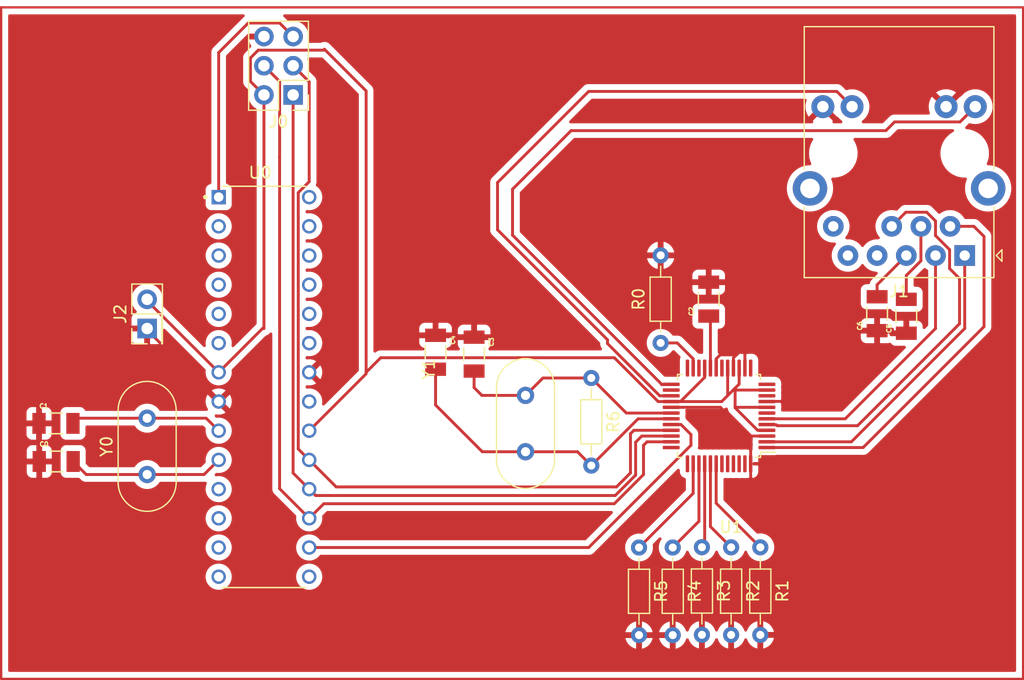
<source format=kicad_pcb>
(kicad_pcb (version 20211014) (generator pcbnew)
  (layers (0 "F.Cu" signal) (31 "B.Cu" signal) (34 "B.Paste" user) (35 "F.Paste" user) (36 "B.SilkS" user "B.Silkscreen") (37 "F.SilkS" user "F.Silkscreen") (38 "B.Mask" user) (39 "F.Mask" user) (44 "Edge.Cuts" user))
  (net 0 "")
  (net 1 "Net-(J0-Pad1)")
  (net 2 "+5V")
  (net 3 "Net-(J0-Pad3)")
  (net 4 "Net-(J0-Pad4)")
  (net 5 "Net-(J0-Pad5)")
  (net 6 "GND")
  (net 7 "Net-(R0-Pad1)")
  (net 8 "Net-(R1-Pad1)")
  (net 9 "Net-(R2-Pad1)")
  (net 10 "Net-(R3-Pad1)")
  (net 11 "Net-(R4-Pad1)")
  (net 12 "Net-(R5-Pad1)")
  (net 13 "Net-(R6-Pad1)")
  (net 14 "Net-(C4-Pad2)")
  (net 15 "Net-(J1-Pad2)")
  (net 16 "Net-(J1-Pad1)")
  (net 17 "Net-(J1-Pad6)")
  (net 18 "Net-(J1-Pad3)")
  (net 24 "Net-(C2-Pad1)")
  (net 27 "Net-(J1-Pad11)")
  (net 29 "Net-(J1-Pad13)")
  (net 30 "Net-(U0-Pad16)")
  (net 33 "Net-(SW0-Pad3)")
  (net 34 "Net-(SW0-Pad2)")
  (net 35 "Net-(SW0-Pad1)")
  (net 38 "Net-(C0-Pad2)")
  (net 39 "Net-(C1-Pad2)")
  (net 40 "Net-(C5-Pad2)")
  (net 41 "Net-(C6-Pad2)")
  (footprint "12065A220JAT2A smd Capacitor:CAPC3216X94N" (layer "F.Cu") (at 190.5 95.455 90)
    (fp_text reference "C5" (at -1.06 -1.5 90) (layer "F.SilkS") (effects (font (size 0.393701 0.393701))))
    (fp_text value "0.1uf")
    (fp_line (start -0.57 0.9) (end 0.57 0.9) (layer "F.SilkS") (width 0.127))
    (fp_line (start -0.57 -0.9) (end 0.57 -0.9) (layer "F.SilkS") (width 0.127))
    (pad "1" smd rect locked (at -1.475 0 90) (size 1.16 1.82) (layers "F.Cu" "F.Paste" "F.Mask") (net 6 "GND"))
    (pad "2" smd rect locked (at 1.475 0 90) (size 1.16 1.82) (layers "F.Cu" "F.Paste" "F.Mask") (net 40 "Net-(C5-Pad2)"))
  )
  (footprint "Resistor_THT:R_Axial_DIN0204_L3.6mm_D1.6mm_P7.62mm_Horizontal" (layer "F.Cu") (at 163.097037 100.824318 -90)
    (fp_text reference "R6" (at 3.81 -1.92 90) (layer "F.SilkS"))
    (fp_text value "1M")
    (fp_line (start 0.94 0) (end 1.89 0) (layer "F.SilkS") (width 0.12))
    (fp_line (start 1.89 -0.92) (end 1.89 0.92) (layer "F.SilkS") (width 0.12))
    (fp_line (start 1.89 0.92) (end 5.73 0.92) (layer "F.SilkS") (width 0.12))
    (fp_line (start 5.73 0.92) (end 5.73 -0.92) (layer "F.SilkS") (width 0.12))
    (fp_line (start 6.68 0) (end 5.73 0) (layer "F.SilkS") (width 0.12))
    (fp_line (start 5.73 -0.92) (end 1.89 -0.92) (layer "F.SilkS") (width 0.12))
    (pad "1" thru_hole circle (at 0 0 270) (size 1.4 1.4) (drill 0.7) (layers *.Cu *.Mask) (net 13 "Net-(R6-Pad1)"))
    (pad "2" thru_hole oval (at 7.62 0 270) (size 1.4 1.4) (drill 0.7) (layers *.Cu *.Mask) (net 14 "Net-(C4-Pad2)"))
  )
  (footprint "Connector_RJ:RJ45_Abracon_ARJP11A-MA_Horizontal" (layer "F.Cu") (at 195.58 90.17 180)
    (fp_text reference "J1" (at 5.71 -3.1) (layer "F.SilkS"))
    (fp_text value "RJ45")
    (fp_line (start -2.74 0) (end -3.24 -0.5) (layer "F.SilkS") (width 0.12))
    (fp_line (start 13.96 -1.92) (end 13.96 4.21) (layer "F.SilkS") (width 0.12))
    (fp_line (start -2.54 19.91) (end 13.96 19.91) (layer "F.SilkS") (width 0.12))
    (fp_line (start -3.24 -0.5) (end -3.24 0.5) (layer "F.SilkS") (width 0.12))
    (fp_line (start 13.96 7.51) (end 13.96 19.91) (layer "F.SilkS") (width 0.12))
    (fp_line (start -2.54 7.51) (end -2.54 19.91) (layer "F.SilkS") (width 0.12))
    (fp_line (start -2.54 -1.92) (end 13.96 -1.92) (layer "F.SilkS") (width 0.12))
    (fp_line (start -3.24 0.5) (end -2.74 0) (layer "F.SilkS") (width 0.12))
    (fp_line (start -2.54 -1.92) (end -2.54 4.21) (layer "F.SilkS") (width 0.12))
    (pad "" np_thru_hole circle (at 0 8.89 180) (size 3.2 3.2) (drill 3.2) (layers *.Cu *.Mask))
    (pad "" np_thru_hole circle (at 11.43 8.89 180) (size 3.2 3.2) (drill 3.2) (layers *.Cu *.Mask))
    (pad "1" thru_hole rect (at 0 0 180) (size 1.8 1.8) (drill 0.9) (layers *.Cu *.Mask) (net 16 "Net-(J1-Pad1)"))
    (pad "2" thru_hole circle (at 1.27 2.54 180) (size 1.8 1.8) (drill 0.9) (layers *.Cu *.Mask) (net 15 "Net-(J1-Pad2)"))
    (pad "3" thru_hole circle (at 2.54 0 180) (size 1.8 1.8) (drill 0.9) (layers *.Cu *.Mask) (net 18 "Net-(J1-Pad3)"))
    (pad "4" thru_hole circle (at 3.81 2.54 180) (size 1.8 1.8) (drill 0.9) (layers *.Cu *.Mask) (net 40 "Net-(C5-Pad2)"))
    (pad "5" thru_hole circle (at 5.08 0 180) (size 1.8 1.8) (drill 0.9) (layers *.Cu *.Mask) (net 41 "Net-(C6-Pad2)"))
    (pad "6" thru_hole circle (at 6.35 2.54 180) (size 1.8 1.8) (drill 0.9) (layers *.Cu *.Mask) (net 17 "Net-(J1-Pad6)"))
    (pad "7" thru_hole circle (at 7.62 0 180) (size 1.8 1.8) (drill 0.9) (layers *.Cu *.Mask))
    (pad "9" thru_hole circle (at 10.16 0 180) (size 1.8 1.8) (drill 0.9) (layers *.Cu *.Mask))
    (pad "10" thru_hole circle (at 11.43 2.54 180) (size 1.8 1.8) (drill 0.9) (layers *.Cu *.Mask))
    (pad "11" thru_hole circle (at -0.92 12.95 180) (size 2 2) (drill 1) (layers *.Cu *.Mask) (net 27 "Net-(J1-Pad11)"))
    (pad "12" thru_hole circle (at 1.62 12.95 180) (size 2 2) (drill 1) (layers *.Cu *.Mask) (net 6 "GND"))
    (pad "13" thru_hole circle (at 9.8 12.95 180) (size 2 2) (drill 1) (layers *.Cu *.Mask) (net 29 "Net-(J1-Pad13)"))
    (pad "14" thru_hole circle (at 12.34 12.95 180) (size 2 2) (drill 1) (layers *.Cu *.Mask) (net 6 "GND"))
    (pad "15" thru_hole circle (at -2.04 5.84 180) (size 3 3) (drill 1.7) (layers *.Cu *.Mask))
    (pad "15" thru_hole circle (at 13.46 5.84 180) (size 3 3) (drill 1.7) (layers *.Cu *.Mask))
  )
  (footprint "12065A220JAT2A smd Capacitor:CAPC3216X94N" (layer "F.Cu") (at 149.551466 98.585244 -90)
    (fp_text reference "C4" (at -1.06 -1.5 90) (layer "F.SilkS") (effects (font (size 0.393701 0.393701))))
    (fp_text value "18pf")
    (fp_line (start -0.57 0.9) (end 0.57 0.9) (layer "F.SilkS") (width 0.127))
    (fp_line (start -0.57 -0.9) (end 0.57 -0.9) (layer "F.SilkS") (width 0.127))
    (pad "1" smd rect locked (at -1.475 0 270) (size 1.16 1.82) (layers "F.Cu" "F.Paste" "F.Mask") (net 6 "GND"))
    (pad "2" smd rect locked (at 1.475 0 270) (size 1.16 1.82) (layers "F.Cu" "F.Paste" "F.Mask") (net 14 "Net-(C4-Pad2)"))
  )
  (footprint "footprints:PinHeader_2x03_P2.54mm_Vertical" (layer "F.Cu") (at 137.16 76.2 180)
    (fp_text reference "J0" (at 1.27 -2.33) (layer "F.SilkS"))
    (fp_text value "ICSP")
    (fp_line (start -1.33 6.41) (end 3.87 6.41) (layer "F.SilkS") (width 0.12))
    (fp_line (start -1.33 0) (end -1.33 -1.33) (layer "F.SilkS") (width 0.12))
    (fp_line (start -1.33 1.27) (end 1.27 1.27) (layer "F.SilkS") (width 0.12))
    (fp_line (start -1.33 -1.33) (end 0 -1.33) (layer "F.SilkS") (width 0.12))
    (fp_line (start 1.27 -1.33) (end 3.87 -1.33) (layer "F.SilkS") (width 0.12))
    (fp_line (start -1.33 1.27) (end -1.33 6.41) (layer "F.SilkS") (width 0.12))
    (fp_line (start 3.87 -1.33) (end 3.87 6.41) (layer "F.SilkS") (width 0.12))
    (fp_line (start 1.27 1.27) (end 1.27 -1.33) (layer "F.SilkS") (width 0.12))
    (pad "1" thru_hole rect locked (at 0 0 180) (size 1.7 1.7) (drill 1) (layers *.Cu *.Mask) (net 1 "Net-(J0-Pad1)"))
    (pad "2" thru_hole oval locked (at 2.54 0 180) (size 1.7 1.7) (drill 1) (layers *.Cu *.Mask) (net 2 "+5V"))
    (pad "3" thru_hole oval locked (at 0 2.54 180) (size 1.7 1.7) (drill 1) (layers *.Cu *.Mask) (net 3 "Net-(J0-Pad3)"))
    (pad "4" thru_hole oval locked (at 2.54 2.54 180) (size 1.7 1.7) (drill 1) (layers *.Cu *.Mask) (net 4 "Net-(J0-Pad4)"))
    (pad "5" thru_hole oval locked (at 0 5.08 180) (size 1.7 1.7) (drill 1) (layers *.Cu *.Mask) (net 5 "Net-(J0-Pad5)"))
    (pad "6" thru_hole oval locked (at 2.54 5.08 180) (size 1.7 1.7) (drill 1) (layers *.Cu *.Mask) (net 6 "GND"))
  )
  (footprint "Resistor_THT:R_Axial_DIN0204_L3.6mm_D1.6mm_P7.62mm_Horizontal" (layer "F.Cu") (at 170.18 115.57 -90)
    (fp_text reference "R4" (at 3.81 -1.92 90) (layer "F.SilkS"))
    (fp_text value "10K")
    (fp_line (start 5.73 -0.92) (end 1.89 -0.92) (layer "F.SilkS") (width 0.12))
    (fp_line (start 5.73 0.92) (end 5.73 -0.92) (layer "F.SilkS") (width 0.12))
    (fp_line (start 1.89 -0.92) (end 1.89 0.92) (layer "F.SilkS") (width 0.12))
    (fp_line (start 6.68 0) (end 5.73 0) (layer "F.SilkS") (width 0.12))
    (fp_line (start 0.94 0) (end 1.89 0) (layer "F.SilkS") (width 0.12))
    (fp_line (start 1.89 0.92) (end 5.73 0.92) (layer "F.SilkS") (width 0.12))
    (pad "1" thru_hole circle (at 0 0 270) (size 1.4 1.4) (drill 0.7) (layers *.Cu *.Mask) (net 11 "Net-(R4-Pad1)"))
    (pad "2" thru_hole oval (at 7.62 0 270) (size 1.4 1.4) (drill 0.7) (layers *.Cu *.Mask) (net 6 "GND"))
  )
  (footprint "12065A220JAT2A smd Capacitor:CAPC3216X94N" (layer "F.Cu") (at 173.31 93.963858 90)
    (fp_text reference "C2" (at -1.06 -1.5 90) (layer "F.SilkS") (effects (font (size 0.393701 0.393701))))
    (fp_text value "4.7uf")
    (fp_line (start -0.57 0.9) (end 0.57 0.9) (layer "F.SilkS") (width 0.127))
    (fp_line (start -0.57 -0.9) (end 0.57 -0.9) (layer "F.SilkS") (width 0.127))
    (pad "1" smd rect locked (at -1.475 0 90) (size 1.16 1.82) (layers "F.Cu" "F.Paste" "F.Mask") (net 24 "Net-(C2-Pad1)"))
    (pad "2" smd rect locked (at 1.475 0 90) (size 1.16 1.82) (layers "F.Cu" "F.Paste" "F.Mask") (net 6 "GND"))
  )
  (footprint "Connector_PinHeader_2.54mm:PinHeader_2x01_P2.54mm_Vertical" (layer "F.Cu") (at 124.46 96.52 90)
    (fp_text reference "J2" (at 1.27 -2.33 90) (layer "F.SilkS"))
    (fp_text value "Power")
    (fp_line (start 1.27 -1.33) (end 3.87 -1.33) (layer "F.SilkS") (width 0.12))
    (fp_line (start -1.33 0) (end -1.33 -1.33) (layer "F.SilkS") (width 0.12))
    (fp_line (start -1.33 1.27) (end -1.33 1.33) (layer "F.SilkS") (width 0.12))
    (fp_line (start 1.27 1.27) (end 1.27 -1.33) (layer "F.SilkS") (width 0.12))
    (fp_line (start -1.33 1.33) (end 3.87 1.33) (layer "F.SilkS") (width 0.12))
    (fp_line (start -1.33 -1.33) (end 0 -1.33) (layer "F.SilkS") (width 0.12))
    (fp_line (start -1.33 1.27) (end 1.27 1.27) (layer "F.SilkS") (width 0.12))
    (fp_line (start 3.87 -1.33) (end 3.87 1.33) (layer "F.SilkS") (width 0.12))
    (pad "1" thru_hole rect (at 0 0 90) (size 1.7 1.7) (drill 1) (layers *.Cu *.Mask) (net 6 "GND"))
    (pad "2" thru_hole oval (at 2.54 0 90) (size 1.7 1.7) (drill 1) (layers *.Cu *.Mask) (net 2 "+5V"))
  )
  (footprint "Crystal:Crystal_HC18-U_Vertical" (layer "F.Cu") (at 124.46 109.22 90)
    (fp_text reference "Y0" (at 2.45 -3.525 90) (layer "F.SilkS"))
    (fp_text value "16MHz")
    (fp_line (start -0.675 2.525) (end 5.575 2.525) (layer "F.SilkS") (width 0.12))
    (fp_line (start -0.675 -2.525) (end 5.575 -2.525) (layer "F.SilkS") (width 0.12))
    (fp_arc (start 5.575 -2.525) (mid 8.1 0) (end 5.575 2.525) (layer "F.SilkS") (width 0.12))
    (fp_arc (start -0.675 2.525) (mid -3.2 0) (end -0.675 -2.525) (layer "F.SilkS") (width 0.12))
    (pad "1" thru_hole circle (at 0 0 90) (size 1.5 1.5) (drill 0.8) (layers *.Cu *.Mask) (net 38 "Net-(C0-Pad2)"))
    (pad "2" thru_hole circle (at 4.9 0 90) (size 1.5 1.5) (drill 0.8) (layers *.Cu *.Mask) (net 39 "Net-(C1-Pad2)"))
  )
  (footprint "Resistor_THT:R_Axial_DIN0204_L3.6mm_D1.6mm_P7.62mm_Horizontal" (layer "F.Cu") (at 169.13 97.773858 90)
    (fp_text reference "R0" (at 3.81 -1.92 90) (layer "F.SilkS"))
    (fp_text value "10K")
    (fp_line (start 0.94 0) (end 1.89 0) (layer "F.SilkS") (width 0.12))
    (fp_line (start 6.68 0) (end 5.73 0) (layer "F.SilkS") (width 0.12))
    (fp_line (start 5.73 0.92) (end 5.73 -0.92) (layer "F.SilkS") (width 0.12))
    (fp_line (start 1.89 0.92) (end 5.73 0.92) (layer "F.SilkS") (width 0.12))
    (fp_line (start 1.89 -0.92) (end 1.89 0.92) (layer "F.SilkS") (width 0.12))
    (fp_line (start 5.73 -0.92) (end 1.89 -0.92) (layer "F.SilkS") (width 0.12))
    (pad "1" thru_hole circle (at 0 0 90) (size 1.4 1.4) (drill 0.7) (layers *.Cu *.Mask) (net 7 "Net-(R0-Pad1)"))
    (pad "2" thru_hole oval (at 7.62 0 90) (size 1.4 1.4) (drill 0.7) (layers *.Cu *.Mask) (net 6 "GND"))
  )
  (footprint "12065A220JAT2A smd Capacitor:CAPC3216X94N" (layer "F.Cu") (at 152.902133 98.747222 -90)
    (fp_text reference "C3" (at -1.06 -1.5 90) (layer "F.SilkS") (effects (font (size 0.393701 0.393701))))
    (fp_text value "18pf")
    (fp_line (start -0.57 0.9) (end 0.57 0.9) (layer "F.SilkS") (width 0.127))
    (fp_line (start -0.57 -0.9) (end 0.57 -0.9) (layer "F.SilkS") (width 0.127))
    (pad "1" smd rect locked (at -1.475 0 270) (size 1.16 1.82) (layers "F.Cu" "F.Paste" "F.Mask") (net 6 "GND"))
    (pad "2" smd rect locked (at 1.475 0 270) (size 1.16 1.82) (layers "F.Cu" "F.Paste" "F.Mask") (net 13 "Net-(R6-Pad1)"))
  )
  (footprint "Atmel328p:DIP787W46P254L3467H508Q28" (layer "F.Cu") (at 134.62 101.6)
    (fp_text reference "U0" (at -0.325 -18.635) (layer "F.SilkS"))
    (fp_text value "ATMEGA328-PU")
    (fp_line (start -3.6195 -17.455) (end 3.6195 -17.455) (layer "F.SilkS") (width 0.127))
    (fp_line (start -3.6195 17.455) (end 3.6195 17.455) (layer "F.SilkS") (width 0.127))
    (fp_circle (center -5.1 -16.51) (end -5 -16.51) (layer "F.SilkS") (width 0.2) (fill none))
    (pad "1" thru_hole rect locked (at -3.937 -16.51) (size 1.25 1.25) (drill 0.83) (layers *.Cu *.Mask) (net 5 "Net-(J0-Pad5)"))
    (pad "2" thru_hole circle locked (at -3.937 -13.97) (size 1.25 1.25) (drill 0.83) (layers *.Cu *.Mask))
    (pad "3" thru_hole circle locked (at -3.937 -11.43) (size 1.25 1.25) (drill 0.83) (layers *.Cu *.Mask))
    (pad "4" thru_hole circle locked (at -3.937 -8.89) (size 1.25 1.25) (drill 0.83) (layers *.Cu *.Mask))
    (pad "5" thru_hole circle locked (at -3.937 -6.35) (size 1.25 1.25) (drill 0.83) (layers *.Cu *.Mask))
    (pad "6" thru_hole circle locked (at -3.937 -3.81) (size 1.25 1.25) (drill 0.83) (layers *.Cu *.Mask))
    (pad "7" thru_hole circle locked (at -3.937 -1.27) (size 1.25 1.25) (drill 0.83) (layers *.Cu *.Mask) (net 2 "+5V"))
    (pad "8" thru_hole circle locked (at -3.937 1.27) (size 1.25 1.25) (drill 0.83) (layers *.Cu *.Mask) (net 6 "GND"))
    (pad "9" thru_hole circle locked (at -3.937 3.81) (size 1.25 1.25) (drill 0.83) (layers *.Cu *.Mask) (net 39 "Net-(C1-Pad2)"))
    (pad "10" thru_hole circle locked (at -3.937 6.35) (size 1.25 1.25) (drill 0.83) (layers *.Cu *.Mask) (net 38 "Net-(C0-Pad2)"))
    (pad "11" thru_hole circle locked (at -3.937 8.89) (size 1.25 1.25) (drill 0.83) (layers *.Cu *.Mask))
    (pad "12" thru_hole circle locked (at -3.937 11.43) (size 1.25 1.25) (drill 0.83) (layers *.Cu *.Mask))
    (pad "13" thru_hole circle locked (at -3.937 13.97) (size 1.25 1.25) (drill 0.83) (layers *.Cu *.Mask))
    (pad "14" thru_hole circle locked (at -3.937 16.51) (size 1.25 1.25) (drill 0.83) (layers *.Cu *.Mask))
    (pad "15" thru_hole circle locked (at 3.937 16.51) (size 1.25 1.25) (drill 0.83) (layers *.Cu *.Mask))
    (pad "16" thru_hole circle locked (at 3.937 13.97) (size 1.25 1.25) (drill 0.83) (layers *.Cu *.Mask) (net 30 "Net-(U0-Pad16)"))
    (pad "17" thru_hole circle locked (at 3.937 11.43) (size 1.25 1.25) (drill 0.83) (layers *.Cu *.Mask) (net 4 "Net-(J0-Pad4)"))
    (pad "18" thru_hole circle locked (at 3.937 8.89) (size 1.25 1.25) (drill 0.83) (layers *.Cu *.Mask) (net 1 "Net-(J0-Pad1)"))
    (pad "19" thru_hole circle locked (at 3.937 6.35) (size 1.25 1.25) (drill 0.83) (layers *.Cu *.Mask) (net 3 "Net-(J0-Pad3)"))
    (pad "20" thru_hole circle locked (at 3.937 3.81) (size 1.25 1.25) (drill 0.83) (layers *.Cu *.Mask) (net 2 "+5V"))
    (pad "21" thru_hole circle locked (at 3.937 1.27) (size 1.25 1.25) (drill 0.83) (layers *.Cu *.Mask))
    (pad "22" thru_hole circle locked (at 3.937 -1.27) (size 1.25 1.25) (drill 0.83) (layers *.Cu *.Mask) (net 6 "GND"))
    (pad "23" thru_hole circle locked (at 3.937 -3.81) (size 1.25 1.25) (drill 0.83) (layers *.Cu *.Mask))
    (pad "24" thru_hole circle locked (at 3.937 -6.35) (size 1.25 1.25) (drill 0.83) (layers *.Cu *.Mask))
    (pad "25" thru_hole circle locked (at 3.937 -8.89) (size 1.25 1.25) (drill 0.83) (layers *.Cu *.Mask))
    (pad "26" thru_hole circle locked (at 3.937 -11.43) (size 1.25 1.25) (drill 0.83) (layers *.Cu *.Mask))
    (pad "27" thru_hole circle locked (at 3.937 -13.97) (size 1.25 1.25) (drill 0.83) (layers *.Cu *.Mask))
    (pad "28" thru_hole circle locked (at 3.937 -16.51) (size 1.25 1.25) (drill 0.83) (layers *.Cu *.Mask))
  )
  (footprint "Crystal:Crystal_HC18-U_Vertical" (layer "F.Cu") (at 157.375037 107.237318 90)
    (fp_text reference "Y1" (at 7.17907 -8.402892 90) (layer "F.SilkS"))
    (fp_text value "25MHz")
    (fp_line (start -0.675 2.525) (end 5.575 2.525) (layer "F.SilkS") (width 0.12))
    (fp_line (start -0.675 -2.525) (end 5.575 -2.525) (layer "F.SilkS") (width 0.12))
    (fp_arc (start -0.675 2.525) (mid -3.2 0) (end -0.675 -2.525) (layer "F.SilkS") (width 0.12))
    (fp_arc (start 5.575 -2.525) (mid 8.1 0) (end 5.575 2.525) (layer "F.SilkS") (width 0.12))
    (pad "1" thru_hole circle (at 0 0 90) (size 1.5 1.5) (drill 0.8) (layers *.Cu *.Mask) (net 14 "Net-(C4-Pad2)"))
    (pad "2" thru_hole circle (at 4.9 0 90) (size 1.5 1.5) (drill 0.8) (layers *.Cu *.Mask) (net 13 "Net-(R6-Pad1)"))
  )
  (footprint "Resistor_THT:R_Axial_DIN0204_L3.6mm_D1.6mm_P7.62mm_Horizontal" (layer "F.Cu") (at 167.248481 115.57 -90)
    (fp_text reference "R5" (at 3.81 -1.92 90) (layer "F.SilkS"))
    (fp_text value "10K")
    (fp_line (start 6.68 0) (end 5.73 0) (layer "F.SilkS") (width 0.12))
    (fp_line (start 5.73 -0.92) (end 1.89 -0.92) (layer "F.SilkS") (width 0.12))
    (fp_line (start 0.94 0) (end 1.89 0) (layer "F.SilkS") (width 0.12))
    (fp_line (start 1.89 -0.92) (end 1.89 0.92) (layer "F.SilkS") (width 0.12))
    (fp_line (start 1.89 0.92) (end 5.73 0.92) (layer "F.SilkS") (width 0.12))
    (fp_line (start 5.73 0.92) (end 5.73 -0.92) (layer "F.SilkS") (width 0.12))
    (pad "1" thru_hole circle (at 0 0 270) (size 1.4 1.4) (drill 0.7) (layers *.Cu *.Mask) (net 12 "Net-(R5-Pad1)"))
    (pad "2" thru_hole oval (at 7.62 0 270) (size 1.4 1.4) (drill 0.7) (layers *.Cu *.Mask) (net 6 "GND"))
  )
  (footprint "Resistor_THT:R_Axial_DIN0204_L3.6mm_D1.6mm_P7.62mm_Horizontal" (layer "F.Cu") (at 177.8 115.553858 -90)
    (fp_text reference "R1" (at 3.81 -1.92 90) (layer "F.SilkS"))
    (fp_text value "10K")
    (fp_line (start 6.68 0) (end 5.73 0) (layer "F.SilkS") (width 0.12))
    (fp_line (start 1.89 0.92) (end 5.73 0.92) (layer "F.SilkS") (width 0.12))
    (fp_line (start 1.89 -0.92) (end 1.89 0.92) (layer "F.SilkS") (width 0.12))
    (fp_line (start 0.94 0) (end 1.89 0) (layer "F.SilkS") (width 0.12))
    (fp_line (start 5.73 0.92) (end 5.73 -0.92) (layer "F.SilkS") (width 0.12))
    (fp_line (start 5.73 -0.92) (end 1.89 -0.92) (layer "F.SilkS") (width 0.12))
    (pad "1" thru_hole circle (at 0 0 270) (size 1.4 1.4) (drill 0.7) (layers *.Cu *.Mask) (net 8 "Net-(R1-Pad1)"))
    (pad "2" thru_hole oval (at 7.62 0 270) (size 1.4 1.4) (drill 0.7) (layers *.Cu *.Mask) (net 6 "GND"))
  )
  (footprint "Resistor_THT:R_Axial_DIN0204_L3.6mm_D1.6mm_P7.62mm_Horizontal" (layer "F.Cu") (at 175.26 115.553858 -90)
    (fp_text reference "R2" (at 3.81 -1.92 90) (layer "F.SilkS"))
    (fp_text value "10K")
    (fp_line (start 1.89 -0.92) (end 1.89 0.92) (layer "F.SilkS") (width 0.12))
    (fp_line (start 0.94 0) (end 1.89 0) (layer "F.SilkS") (width 0.12))
    (fp_line (start 6.68 0) (end 5.73 0) (layer "F.SilkS") (width 0.12))
    (fp_line (start 1.89 0.92) (end 5.73 0.92) (layer "F.SilkS") (width 0.12))
    (fp_line (start 5.73 -0.92) (end 1.89 -0.92) (layer "F.SilkS") (width 0.12))
    (fp_line (start 5.73 0.92) (end 5.73 -0.92) (layer "F.SilkS") (width 0.12))
    (pad "1" thru_hole circle (at 0 0 270) (size 1.4 1.4) (drill 0.7) (layers *.Cu *.Mask) (net 9 "Net-(R2-Pad1)"))
    (pad "2" thru_hole oval (at 7.62 0 270) (size 1.4 1.4) (drill 0.7) (layers *.Cu *.Mask) (net 6 "GND"))
  )
  (footprint "Resistor_THT:R_Axial_DIN0204_L3.6mm_D1.6mm_P7.62mm_Horizontal" (layer "F.Cu") (at 172.72 115.543858 -90)
    (fp_text reference "R3" (at 3.81 -1.92 90) (layer "F.SilkS"))
    (fp_text value "10K")
    (fp_line (start 0.94 0) (end 1.89 0) (layer "F.SilkS") (width 0.12))
    (fp_line (start 5.73 -0.92) (end 1.89 -0.92) (layer "F.SilkS") (width 0.12))
    (fp_line (start 1.89 -0.92) (end 1.89 0.92) (layer "F.SilkS") (width 0.12))
    (fp_line (start 1.89 0.92) (end 5.73 0.92) (layer "F.SilkS") (width 0.12))
    (fp_line (start 5.73 0.92) (end 5.73 -0.92) (layer "F.SilkS") (width 0.12))
    (fp_line (start 6.68 0) (end 5.73 0) (layer "F.SilkS") (width 0.12))
    (pad "1" thru_hole circle (at 0 0 270) (size 1.4 1.4) (drill 0.7) (layers *.Cu *.Mask) (net 10 "Net-(R3-Pad1)"))
    (pad "2" thru_hole oval (at 7.62 0 270) (size 1.4 1.4) (drill 0.7) (layers *.Cu *.Mask) (net 6 "GND"))
  )
  (footprint "12065A220JAT2A smd Capacitor:CAPC3216X94N" (layer "F.Cu") (at 116.53 104.772321)
    (fp_text reference "C1" (at -1.06 -1.5) (layer "F.SilkS") (effects (font (size 0.393701 0.393701))))
    (fp_text value "22pf")
    (fp_line (start -0.57 0.9) (end 0.57 0.9) (layer "F.SilkS") (width 0.127))
    (fp_line (start -0.57 -0.9) (end 0.57 -0.9) (layer "F.SilkS") (width 0.127))
    (pad "1" smd rect locked (at -1.475 0) (size 1.16 1.82) (layers "F.Cu" "F.Paste" "F.Mask") (net 6 "GND"))
    (pad "2" smd rect locked (at 1.475 0) (size 1.16 1.82) (layers "F.Cu" "F.Paste" "F.Mask") (net 39 "Net-(C1-Pad2)"))
  )
  (footprint "Package_QFP:LQFP-48_7x7mm_P0.5mm" (layer "F.Cu") (at 174.21 104.123858 180)
    (fp_text reference "U1" (at -1.05 -9.66) (layer "F.SilkS"))
    (fp_text value "W5500")
    (fp_line (start -3.61 -3.61) (end -3.61 -3.16) (layer "F.SilkS") (width 0.12))
    (fp_line (start 3.16 -3.61) (end 3.61 -3.61) (layer "F.SilkS") (width 0.12))
    (fp_line (start 3.16 3.61) (end 3.61 3.61) (layer "F.SilkS") (width 0.12))
    (fp_line (start -3.61 3.61) (end -3.61 3.16) (layer "F.SilkS") (width 0.12))
    (fp_line (start -3.61 -3.16) (end -4.9 -3.16) (layer "F.SilkS") (width 0.12))
    (fp_line (start 3.61 -3.61) (end 3.61 -3.16) (layer "F.SilkS") (width 0.12))
    (fp_line (start -3.16 3.61) (end -3.61 3.61) (layer "F.SilkS") (width 0.12))
    (fp_line (start -3.16 -3.61) (end -3.61 -3.61) (layer "F.SilkS") (width 0.12))
    (fp_line (start 3.61 3.61) (end 3.61 3.16) (layer "F.SilkS") (width 0.12))
    (pad "1" smd roundrect (at -4.1625 -2.75 180) (size 1.475 0.3) (layers "F.Cu" "F.Paste" "F.Mask") (net 15 "Net-(J1-Pad2)"))
    (pad "2" smd roundrect (at -4.1625 -2.25 180) (size 1.475 0.3) (layers "F.Cu" "F.Paste" "F.Mask") (net 16 "Net-(J1-Pad1)"))
    (pad "3" smd roundrect (at -4.1625 -1.75 180) (size 1.475 0.3) (layers "F.Cu" "F.Paste" "F.Mask") (net 6 "GND"))
    (pad "4" smd roundrect (at -4.1625 -1.25 180) (size 1.475 0.3) (layers "F.Cu" "F.Paste" "F.Mask") (net 2 "+5V"))
    (pad "5" smd roundrect (at -4.1625 -0.75 180) (size 1.475 0.3) (layers "F.Cu" "F.Paste" "F.Mask") (net 17 "Net-(J1-Pad6)"))
    (pad "6" smd roundrect (at -4.1625 -0.25 180) (size 1.475 0.3) (layers "F.Cu" "F.Paste" "F.Mask") (net 18 "Net-(J1-Pad3)"))
    (pad "7" smd roundrect (at -4.1625 0.25 180) (size 1.475 0.3) (layers "F.Cu" "F.Paste" "F.Mask"))
    (pad "8" smd roundrect (at -4.1625 0.75 180) (size 1.475 0.3) (layers "F.Cu" "F.Paste" "F.Mask") (net 2 "+5V"))
    (pad "9" smd roundrect (at -4.1625 1.25 180) (size 1.475 0.3) (layers "F.Cu" "F.Paste" "F.Mask") (net 6 "GND"))
    (pad "10" smd roundrect (at -4.1625 1.75 180) (size 1.475 0.3) (layers "F.Cu" "F.Paste" "F.Mask"))
    (pad "11" smd roundrect (at -4.1625 2.25 180) (size 1.475 0.3) (layers "F.Cu" "F.Paste" "F.Mask") (net 2 "+5V"))
    (pad "12" smd roundrect (at -4.1625 2.75 180) (size 1.475 0.3) (layers "F.Cu" "F.Paste" "F.Mask"))
    (pad "13" smd roundrect (at -2.75 4.1625 180) (size 0.3 1.475) (layers "F.Cu" "F.Paste" "F.Mask"))
    (pad "14" smd roundrect (at -2.25 4.1625 180) (size 0.3 1.475) (layers "F.Cu" "F.Paste" "F.Mask") (net 6 "GND"))
    (pad "15" smd roundrect (at -1.75 4.1625 180) (size 0.3 1.475) (layers "F.Cu" "F.Paste" "F.Mask") (net 2 "+5V"))
    (pad "16" smd roundrect (at -1.25 4.1625 180) (size 0.3 1.475) (layers "F.Cu" "F.Paste" "F.Mask") (net 6 "GND"))
    (pad "17" smd roundrect (at -0.75 4.1625 180) (size 0.3 1.475) (layers "F.Cu" "F.Paste" "F.Mask") (net 2 "+5V"))
    (pad "18" smd roundrect (at -0.25 4.1625 180) (size 0.3 1.475) (layers "F.Cu" "F.Paste" "F.Mask"))
    (pad "19" smd roundrect (at 0.25 4.1625 180) (size 0.3 1.475) (layers "F.Cu" "F.Paste" "F.Mask") (net 6 "GND"))
    (pad "20" smd roundrect (at 0.75 4.1625 180) (size 0.3 1.475) (layers "F.Cu" "F.Paste" "F.Mask") (net 24 "Net-(C2-Pad1)"))
    (pad "21" smd roundrect (at 1.25 4.1625 180) (size 0.3 1.475) (layers "F.Cu" "F.Paste" "F.Mask") (net 2 "+5V"))
    (pad "22" smd roundrect (at 1.75 4.1625 180) (size 0.3 1.475) (layers "F.Cu" "F.Paste" "F.Mask"))
    (pad "23" smd roundrect (at 2.25 4.1625 180) (size 0.3 1.475) (layers "F.Cu" "F.Paste" "F.Mask") (net 7 "Net-(R0-Pad1)"))
    (pad "24" smd roundrect (at 2.75 4.1625 180) (size 0.3 1.475) (layers "F.Cu" "F.Paste" "F.Mask"))
    (pad "25" smd roundrect (at 4.1625 2.75 180) (size 1.475 0.3) (layers "F.Cu" "F.Paste" "F.Mask") (net 27 "Net-(J1-Pad11)"))
    (pad "26" smd roundrect (at 4.1625 2.25 180) (size 1.475 0.3) (layers "F.Cu" "F.Paste" "F.Mask"))
    (pad "27" smd roundrect (at 4.1625 1.75 180) (size 1.475 0.3) (layers "F.Cu" "F.Paste" "F.Mask") (net 29 "Net-(J1-Pad13)"))
    (pad "28" smd roundrect (at 4.1625 1.25 180) (size 1.475 0.3) (layers "F.Cu" "F.Paste" "F.Mask") (net 2 "+5V"))
    (pad "29" smd roundrect (at 4.1625 0.75 180) (size 1.475 0.3) (layers "F.Cu" "F.Paste" "F.Mask") (net 6 "GND"))
    (pad "30" smd roundrect (at 4.1625 0.25 180) (size 1.475 0.3) (layers "F.Cu" "F.Paste" "F.Mask") (net 13 "Net-(R6-Pad1)"))
    (pad "31" smd roundrect (at 4.1625 -0.25 180) (size 1.475 0.3) (layers "F.Cu" "F.Paste" "F.Mask") (net 14 "Net-(C4-Pad2)"))
    (pad "32" smd roundrect (at 4.1625 -0.75 180) (size 1.475 0.3) (layers "F.Cu" "F.Paste" "F.Mask") (net 30 "Net-(U0-Pad16)"))
    (pad "33" smd roundrect (at 4.1625 -1.25 180) (size 1.475 0.3) (layers "F.Cu" "F.Paste" "F.Mask") (net 3 "Net-(J0-Pad3)"))
    (pad "34" smd roundrect (at 4.1625 -1.75 180) (size 1.475 0.3) (layers "F.Cu" "F.Paste" "F.Mask") (net 1 "Net-(J0-Pad1)"))
    (pad "35" smd roundrect (at 4.1625 -2.25 180) (size 1.475 0.3) (layers "F.Cu" "F.Paste" "F.Mask") (net 4 "Net-(J0-Pad4)"))
    (pad "36" smd roundrect (at 4.1625 -2.75 180) (size 1.475 0.3) (layers "F.Cu" "F.Paste" "F.Mask"))
    (pad "37" smd roundrect (at 2.75 -4.1625 180) (size 0.3 1.475) (layers "F.Cu" "F.Paste" "F.Mask"))
    (pad "38" smd roundrect (at 2.25 -4.1625 180) (size 0.3 1.475) (layers "F.Cu" "F.Paste" "F.Mask") (net 12 "Net-(R5-Pad1)"))
    (pad "39" smd roundrect (at 1.75 -4.1625 180) (size 0.3 1.475) (layers "F.Cu" "F.Paste" "F.Mask") (net 11 "Net-(R4-Pad1)"))
    (pad "40" smd roundrect (at 1.25 -4.1625 180) (size 0.3 1.475) (layers "F.Cu" "F.Paste" "F.Mask") (net 10 "Net-(R3-Pad1)"))
    (pad "41" smd roundrect (at 0.75 -4.1625 180) (size 0.3 1.475) (layers "F.Cu" "F.Paste" "F.Mask") (net 9 "Net-(R2-Pad1)"))
    (pad "42" smd roundrect (at 0.25 -4.1625 180) (size 0.3 1.475) (layers "F.Cu" "F.Paste" "F.Mask") (net 8 "Net-(R1-Pad1)"))
    (pad "43" smd roundrect (at -0.25 -4.1625 180) (size 0.3 1.475) (layers "F.Cu" "F.Paste" "F.Mask") (net 33 "Net-(SW0-Pad3)"))
    (pad "44" smd roundrect (at -0.75 -4.1625 180) (size 0.3 1.475) (layers "F.Cu" "F.Paste" "F.Mask") (net 34 "Net-(SW0-Pad2)"))
    (pad "45" smd roundrect (at -1.25 -4.1625 180) (size 0.3 1.475) (layers "F.Cu" "F.Paste" "F.Mask") (net 35 "Net-(SW0-Pad1)"))
    (pad "46" smd roundrect (at -1.75 -4.1625 180) (size 0.3 1.475) (layers "F.Cu" "F.Paste" "F.Mask"))
    (pad "47" smd roundrect (at -2.25 -4.1625 180) (size 0.3 1.475) (layers "F.Cu" "F.Paste" "F.Mask"))
    (pad "48" smd roundrect (at -2.75 -4.1625 180) (size 0.3 1.475) (layers "F.Cu" "F.Paste" "F.Mask") (net 6 "GND"))
  )
  (footprint "12065A220JAT2A smd Capacitor:CAPC3216X94N" (layer "F.Cu") (at 116.55 108.086487)
    (fp_text reference "C0" (at -1.06 -1.5) (layer "F.SilkS") (effects (font (size 0.393701 0.393701))))
    (fp_text value "22pf")
    (fp_line (start -0.57 0.9) (end 0.57 0.9) (layer "F.SilkS") (width 0.127))
    (fp_line (start -0.57 -0.9) (end 0.57 -0.9) (layer "F.SilkS") (width 0.127))
    (pad "1" smd rect locked (at -1.475 0) (size 1.16 1.82) (layers "F.Cu" "F.Paste" "F.Mask") (net 6 "GND"))
    (pad "2" smd rect locked (at 1.475 0) (size 1.16 1.82) (layers "F.Cu" "F.Paste" "F.Mask") (net 38 "Net-(C0-Pad2)"))
  )
  (footprint "12065A220JAT2A smd Capacitor:CAPC3216X94N" (layer "F.Cu") (at 187.96 95.231174 90)
    (fp_text reference "C6" (at -1.06 -1.5 90) (layer "F.SilkS") (effects (font (size 0.393701 0.393701))))
    (fp_text value "0.1uf")
    (fp_line (start -0.57 0.9) (end 0.57 0.9) (layer "F.SilkS") (width 0.127))
    (fp_line (start -0.57 -0.9) (end 0.57 -0.9) (layer "F.SilkS") (width 0.127))
    (pad "1" smd rect locked (at -1.475 0 90) (size 1.16 1.82) (layers "F.Cu" "F.Paste" "F.Mask") (net 6 "GND"))
    (pad "2" smd rect locked (at 1.475 0 90) (size 1.16 1.82) (layers "F.Cu" "F.Paste" "F.Mask") (net 41 "Net-(C6-Pad2)"))
  )
  (gr_rect (start 200.66 127) (end 111.76 68.58) (layer "F.Cu") (width 0.2) (fill none))
  (segment (start 166.953852 109.269752) (end 166.953852 106.406075) (width 0.25) (layer "F.Cu") (net 1))
  (segment (start 137.157 109.09) (end 138.557 110.49) (width 0.25) (layer "F.Cu") (net 1))
  (segment (start 137.16 76.2) (end 137.157 76.203) (width 0.25) (layer "F.Cu") (net 1))
  (segment (start 139.113422 111.046422) (end 165.177182 111.046422) (width 0.25) (layer "F.Cu") (net 1))
  (segment (start 166.953852 106.406075) (end 167.486069 105.873858) (width 0.25) (layer "F.Cu") (net 1))
  (segment (start 138.557 110.49) (end 139.113422 111.046422) (width 0.25) (layer "F.Cu") (net 1))
  (segment (start 137.157 76.203) (end 137.157 109.09) (width 0.25) (layer "F.Cu") (net 1))
  (segment (start 165.177182 111.046422) (end 166.953852 109.269752) (width 0.25) (layer "F.Cu") (net 1))
  (segment (start 167.486069 105.873858) (end 170.0475 105.873858) (width 0.25) (layer "F.Cu") (net 1))
  (segment (start 178.3725 103.373858) (end 175.608219 103.373858) (width 0.25) (layer "F.Cu") (net 2))
  (segment (start 143.51 75.849468) (end 143.51 100.33) (width 0.25) (layer "F.Cu") (net 2))
  (segment (start 139.88524 72.224708) (end 143.51 75.849468) (width 0.25) (layer "F.Cu") (net 2))
  (segment (start 133.445 75.025) (end 133.445 72.983299) (width 0.25) (layer "F.Cu") (net 2))
  (segment (start 175.608219 103.373858) (end 175.608219 101.919251) (width 0.25) (layer "F.Cu") (net 2))
  (segment (start 139.805234 72.304714) (end 139.88524 72.224708) (width 0.25) (layer "F.Cu") (net 2))
  (segment (start 124.46 94.107) (end 124.46 93.98) (width 0.25) (layer "F.Cu") (net 2))
  (segment (start 175.608219 101.919251) (end 175.562826 101.873858) (width 0.25) (layer "F.Cu") (net 2))
  (segment (start 175.608219 103.412762) (end 175.608219 103.373858) (width 0.25) (layer "F.Cu") (net 2))
  (segment (start 144.78 99.06) (end 165.1 99.06) (width 0.25) (layer "F.Cu") (net 2))
  (segment (start 178.3725 101.873858) (end 175.562826 101.873858) (width 0.25) (layer "F.Cu") (net 2))
  (segment (start 178.3725 105.373858) (end 177.569315 105.373858) (width 0.25) (layer "F.Cu") (net 2))
  (segment (start 174.96 99.961358) (end 174.96 102.354792) (width 0.25) (layer "F.Cu") (net 2))
  (segment (start 143.51 100.457) (end 138.557 105.41) (width 0.25) (layer "F.Cu") (net 2))
  (segment (start 177.569315 105.373858) (end 175.608219 103.412762) (width 0.25) (layer "F.Cu") (net 2))
  (segment (start 172.96 100.764543) (end 172.96 99.961358) (width 0.25) (layer "F.Cu") (net 2))
  (segment (start 133.445 72.983299) (end 134.123585 72.304714) (width 0.25) (layer "F.Cu") (net 2))
  (segment (start 174.440934 102.873858) (end 170.850685 102.873858) (width 0.25) (layer "F.Cu") (net 2))
  (segment (start 143.51 100.33) (end 144.78 99.06) (width 0.25) (layer "F.Cu") (net 2))
  (segment (start 165.1 99.06) (end 168.913858 102.873858) (width 0.25) (layer "F.Cu") (net 2))
  (segment (start 134.493 96.52) (end 134.62 96.52) (width 0.25) (layer "F.Cu") (net 2))
  (segment (start 168.913858 102.873858) (end 170.0475 102.873858) (width 0.25) (layer "F.Cu") (net 2))
  (segment (start 134.62 76.2) (end 133.445 75.025) (width 0.25) (layer "F.Cu") (net 2))
  (segment (start 170.850685 102.873858) (end 172.96 100.764543) (width 0.25) (layer "F.Cu") (net 2))
  (segment (start 170.0475 102.873858) (end 170.850685 102.873858) (width 0.25) (layer "F.Cu") (net 2))
  (segment (start 175.562826 101.873858) (end 175.50188 101.812912) (width 0.25) (layer "F.Cu") (net 2))
  (segment (start 134.62 96.52) (end 134.62 76.2) (width 0.25) (layer "F.Cu") (net 2))
  (segment (start 175.96 101.354792) (end 175.96 99.961358) (width 0.25) (layer "F.Cu") (net 2))
  (segment (start 138.557 105.41) (end 139.077 104.89) (width 0.25) (layer "F.Cu") (net 2))
  (segment (start 143.51 100.33) (end 143.51 100.457) (width 0.25) (layer "F.Cu") (net 2))
  (segment (start 130.683 100.33) (end 134.493 96.52) (width 0.25) (layer "F.Cu") (net 2))
  (segment (start 174.440934 102.873858) (end 175.50188 101.812912) (width 0.25) (layer "F.Cu") (net 2))
  (segment (start 134.123585 72.304714) (end 139.805234 72.304714) (width 0.25) (layer "F.Cu") (net 2))
  (segment (start 130.683 100.33) (end 124.46 94.107) (width 0.25) (layer "F.Cu") (net 2))
  (segment (start 175.50188 101.812912) (end 175.96 101.354792) (width 0.25) (layer "F.Cu") (net 2))
  (segment (start 137.607 84.696497) (end 137.607 107) (width 0.25) (layer "F.Cu") (net 3))
  (segment (start 166.503852 105.673899) (end 166.803893 105.373858) (width 0.25) (layer "F.Cu") (net 3))
  (segment (start 166.803893 105.373858) (end 170.0475 105.373858) (width 0.25) (layer "F.Cu") (net 3))
  (segment (start 166.503852 109.083356) (end 166.503852 105.673899) (width 0.25) (layer "F.Cu") (net 3))
  (segment (start 138.557 83.746497) (end 137.607 84.696497) (width 0.25) (layer "F.Cu") (net 3))
  (segment (start 137.16 73.66) (end 138.557 75.057) (width 0.25) (layer "F.Cu") (net 3))
  (segment (start 140.905599 110.298599) (end 165.288609 110.298599) (width 0.25) (layer "F.Cu") (net 3))
  (segment (start 165.288609 110.298599) (end 166.503852 109.083356) (width 0.25) (layer "F.Cu") (net 3))
  (segment (start 138.557 75.057) (end 138.557 83.746497) (width 0.25) (layer "F.Cu") (net 3))
  (segment (start 138.557 107.95) (end 140.905599 110.298599) (width 0.25) (layer "F.Cu") (net 3))
  (segment (start 137.607 107) (end 138.557 107.95) (width 0.25) (layer "F.Cu") (net 3))
  (segment (start 135.981929 81.558925) (end 135.981929 110.454929) (width 0.25) (layer "F.Cu") (net 4))
  (segment (start 167.64 106.68) (end 167.946142 106.373858) (width 0.25) (layer "F.Cu") (net 4))
  (segment (start 165.1 111.76) (end 167.64 109.22) (width 0.25) (layer "F.Cu") (net 4))
  (segment (start 167.64 109.22) (end 167.64 106.68) (width 0.25) (layer "F.Cu") (net 4))
  (segment (start 135.985 81.555854) (end 135.981929 81.558925) (width 0.25) (layer "F.Cu") (net 4))
  (segment (start 138.557 113.03) (end 139.827 111.76) (width 0.25) (layer "F.Cu") (net 4))
  (segment (start 167.946142 106.373858) (end 170.0475 106.373858) (width 0.25) (layer "F.Cu") (net 4))
  (segment (start 135.981929 110.454929) (end 138.557 113.03) (width 0.25) (layer "F.Cu") (net 4))
  (segment (start 134.62 73.66) (end 135.985 75.025) (width 0.25) (layer "F.Cu") (net 4))
  (segment (start 135.985 75.025) (end 135.985 81.555854) (width 0.25) (layer "F.Cu") (net 4))
  (segment (start 139.827 111.76) (end 165.1 111.76) (width 0.25) (layer "F.Cu") (net 4))
  (segment (start 135.985 69.945) (end 133.255 69.945) (width 0.25) (layer "F.Cu") (net 5))
  (segment (start 133.255 69.945) (end 130.683 72.517) (width 0.25) (layer "F.Cu") (net 5))
  (segment (start 130.683 72.517) (end 130.683 85.09) (width 0.25) (layer "F.Cu") (net 5))
  (segment (start 137.16 71.12) (end 135.985 69.945) (width 0.25) (layer "F.Cu") (net 5))
  (segment (start 176.96 105.997963) (end 176.835895 105.873858) (width 0.25) (layer "F.Cu") (net 6))
  (segment (start 178.386386 102.859972) (end 180.527991 102.859972) (width 0.25) (layer "F.Cu") (net 6))
  (segment (start 176.96 108.286358) (end 176.96 109.94126) (width 0.25) (layer "F.Cu") (net 6))
  (segment (start 176.134628 98.39923) (end 176.455829 98.39923) (width 0.25) (layer "F.Cu") (net 6))
  (segment (start 176.46 99.961358) (end 176.46 99.158173) (width 0.25) (layer "F.Cu") (net 6))
  (segment (start 178.3725 105.873858) (end 176.835895 105.873858) (width 0.25) (layer "F.Cu") (net 6))
  (segment (start 175.46 99.073858) (end 176.134628 98.39923) (width 0.25) (layer "F.Cu") (net 6))
  (segment (start 174.335895 103.373858) (end 170.0475 103.373858) (width 0.25) (layer "F.Cu") (net 6))
  (segment (start 175.7213 98.812558) (end 176.134628 98.39923) (width 0.25) (layer "F.Cu") (net 6))
  (segment (start 178.3725 102.873858) (end 178.386386 102.859972) (width 0.25) (layer "F.Cu") (net 6))
  (segment (start 176.96 109.94126) (end 176.966626 109.947886) (width 0.25) (layer "F.Cu") (net 6))
  (segment (start 124.46 96.647) (end 124.46 96.52) (width 0.25) (layer "F.Cu") (net 6))
  (segment (start 175.46 99.961358) (end 175.46 99.073858) (width 0.25) (layer "F.Cu") (net 6))
  (segment (start 130.683 102.87) (end 124.46 96.647) (width 0.25) (layer "F.Cu") (net 6))
  (segment (start 176.46 99.158173) (end 176.455829 99.154002) (width 0.25) (layer "F.Cu") (net 6))
  (segment (start 173.96 99.961358) (end 173.96 99.158173) (width 0.25) (layer "F.Cu") (net 6))
  (segment (start 176.835895 105.873858) (end 174.335895 103.373858) (width 0.25) (layer "F.Cu") (net 6))
  (segment (start 176.96 108.286358) (end 176.96 105.997963) (width 0.25) (layer "F.Cu") (net 6))
  (segment (start 176.455829 99.154002) (end 176.455829 98.39923) (width 0.25) (layer "F.Cu") (net 6))
  (segment (start 174.305615 98.812558) (end 175.7213 98.812558) (width 0.25) (layer "F.Cu") (net 6))
  (segment (start 173.96 99.158173) (end 174.305615 98.812558) (width 0.25) (layer "F.Cu") (net 6))
  (segment (start 170.575685 97.773858) (end 169.13 97.773858) (width 0.25) (layer "F.Cu") (net 7))
  (segment (start 171.96 99.961358) (end 171.96 99.158173) (width 0.25) (layer "F.Cu") (net 7))
  (segment (start 171.96 99.158173) (end 170.575685 97.773858) (width 0.25) (layer "F.Cu") (net 7))
  (segment (start 177.8 115.553858) (end 173.96 111.713858) (width 0.25) (layer "F.Cu") (net 8))
  (segment (start 173.96 111.713858) (end 173.96 108.286358) (width 0.25) (layer "F.Cu") (net 8))
  (segment (start 175.26 115.553858) (end 173.46 113.753858) (width 0.25) (layer "F.Cu") (net 9))
  (segment (start 173.46 113.753858) (end 173.46 108.286358) (width 0.25) (layer "F.Cu") (net 9))
  (segment (start 172.96 115.303858) (end 172.96 108.286358) (width 0.25) (layer "F.Cu") (net 10))
  (segment (start 172.72 115.543858) (end 172.96 115.303858) (width 0.25) (layer "F.Cu") (net 10))
  (segment (start 172.46 113.29) (end 172.46 108.286358) (width 0.25) (layer "F.Cu") (net 11))
  (segment (start 170.18 115.57) (end 172.46 113.29) (width 0.25) (layer "F.Cu") (net 11))
  (segment (start 167.248481 115.57) (end 171.96 110.858481) (width 0.25) (layer "F.Cu") (net 12))
  (segment (start 171.96 110.858481) (end 171.96 108.286358) (width 0.25) (layer "F.Cu") (net 12))
  (segment (start 152.902133 101.660991) (end 152.902133 100.222222) (width 0.25) (layer "F.Cu") (net 13))
  (segment (start 163.097037 100.824318) (end 158.888037 100.824318) (width 0.25) (layer "F.Cu") (net 13))
  (segment (start 166.146577 103.873858) (end 163.097037 100.824318) (width 0.25) (layer "F.Cu") (net 13))
  (segment (start 153.57846 102.337318) (end 152.902133 101.660991) (width 0.25) (layer "F.Cu") (net 13))
  (segment (start 157.375037 102.337318) (end 153.57846 102.337318) (width 0.25) (layer "F.Cu") (net 13))
  (segment (start 158.888037 100.824318) (end 157.375037 102.337318) (width 0.25) (layer "F.Cu") (net 13))
  (segment (start 170.0475 103.873858) (end 166.146577 103.873858) (width 0.25) (layer "F.Cu") (net 13))
  (segment (start 149.551466 103.175523) (end 149.551466 100.060244) (width 0.25) (layer "F.Cu") (net 14))
  (segment (start 161.890037 107.237318) (end 157.375037 107.237318) (width 0.25) (layer "F.Cu") (net 14))
  (segment (start 157.375037 107.237318) (end 153.613261 107.237318) (width 0.25) (layer "F.Cu") (net 14))
  (segment (start 163.097037 108.444318) (end 161.890037 107.237318) (width 0.25) (layer "F.Cu") (net 14))
  (segment (start 170.0475 104.373858) (end 167.167497 104.373858) (width 0.25) (layer "F.Cu") (net 14))
  (segment (start 167.167497 104.373858) (end 163.097037 108.444318) (width 0.25) (layer "F.Cu") (net 14))
  (segment (start 153.613261 107.237318) (end 149.551466 103.175523) (width 0.25) (layer "F.Cu") (net 14))
  (segment (start 196.377963 87.63) (end 194.31 87.63) (width 0.25) (layer "F.Cu") (net 15))
  (segment (start 178.3725 106.873858) (end 186.740539 106.873858) (width 0.25) (layer "F.Cu") (net 15))
  (segment (start 186.740539 106.873858) (end 197.260886 96.353511) (width 0.25) (layer "F.Cu") (net 15))
  (segment (start 197.260886 96.353511) (end 197.260886 88.512923) (width 0.25) (layer "F.Cu") (net 15))
  (segment (start 197.260886 88.512923) (end 196.377963 87.63) (width 0.25) (layer "F.Cu") (net 15))
  (segment (start 195.58 90.17) (end 195.58 96.52) (width 0.25) (layer "F.Cu") (net 16))
  (segment (start 195.58 96.52) (end 185.726142 106.373858) (width 0.25) (layer "F.Cu") (net 16))
  (segment (start 185.726142 106.373858) (end 178.3725 106.373858) (width 0.25) (layer "F.Cu") (net 16))
  (segment (start 194.265 91.305) (end 195.13 92.17) (width 0.25) (layer "F.Cu") (net 17))
  (segment (start 193.04 88.437588) (end 194.265 89.662588) (width 0.25) (layer "F.Cu") (net 17))
  (segment (start 179.200685 104.898858) (end 179.05192 104.898858) (width 0.25) (layer "F.Cu") (net 17))
  (segment (start 179.275685 104.973858) (end 179.200685 104.898858) (width 0.25) (layer "F.Cu") (net 17))
  (segment (start 189.23 87.63) (end 189.692412 87.63) (width 0.25) (layer "F.Cu") (net 17))
  (segment (start 194.265 89.662588) (end 194.265 91.305) (width 0.25) (layer "F.Cu") (net 17))
  (segment (start 189.23 87.63) (end 190.455 86.405) (width 0.25) (layer "F.Cu") (net 17))
  (segment (start 193.04 87.167588) (end 193.04 88.437588) (width 0.25) (layer "F.Cu") (net 17))
  (segment (start 195.13 92.17) (end 195.13 96.105436) (width 0.25) (layer "F.Cu") (net 17))
  (segment (start 186.261578 104.973858) (end 179.275685 104.973858) (width 0.25) (layer "F.Cu") (net 17))
  (segment (start 192.277412 86.405) (end 193.04 87.167588) (width 0.25) (layer "F.Cu") (net 17))
  (segment (start 195.13 96.105436) (end 186.261578 104.973858) (width 0.25) (layer "F.Cu") (net 17))
  (segment (start 190.455 86.405) (end 192.277412 86.405) (width 0.25) (layer "F.Cu") (net 17))
  (segment (start 193.04 90.17) (end 193.04 96.52) (width 0.25) (layer "F.Cu") (net 18))
  (segment (start 193.04 96.52) (end 185.186142 104.373858) (width 0.25) (layer "F.Cu") (net 18))
  (segment (start 185.186142 104.373858) (end 178.3725 104.373858) (width 0.25) (layer "F.Cu") (net 18))
  (segment (start 173.46 99.961358) (end 173.46 95.588858) (width 0.25) (layer "F.Cu") (net 24))
  (segment (start 173.46 95.588858) (end 173.31 95.438858) (width 0.25) (layer "F.Cu") (net 24))
  (segment (start 161.339134 79.304999) (end 156.244385 84.399748) (width 0.25) (layer "F.Cu") (net 27))
  (segment (start 156.244385 88.395274) (end 169.219315 101.370204) (width 0.25) (layer "F.Cu") (net 27))
  (segment (start 196.5 77.22) (end 195.175 78.545) (width 0.25) (layer "F.Cu") (net 27))
  (segment (start 169.219315 101.370204) (end 169.219315 101.398858) (width 0.25) (layer "F.Cu") (net 27))
  (segment (start 189.483102 78.545) (end 189.329288 78.698814) (width 0.25) (layer "F.Cu") (net 27))
  (segment (start 188.723103 79.304999) (end 161.339134 79.304999) (width 0.25) (layer "F.Cu") (net 27))
  (segment (start 169.219315 101.398858) (end 169.546562 101.398858) (width 0.25) (layer "F.Cu") (net 27))
  (segment (start 156.244385 84.399748) (end 156.244385 88.395274) (width 0.25) (layer "F.Cu") (net 27))
  (segment (start 189.329288 78.698814) (end 188.723103 79.304999) (width 0.25) (layer "F.Cu") (net 27))
  (segment (start 195.175 78.545) (end 189.483102 78.545) (width 0.25) (layer "F.Cu") (net 27))
  (segment (start 162.865 75.895) (end 184.455 75.895) (width 0.25) (layer "F.Cu") (net 29))
  (segment (start 154.94 83.82) (end 162.865 75.895) (width 0.25) (layer "F.Cu") (net 29))
  (segment (start 154.94 87.933147) (end 154.94 83.82) (width 0.25) (layer "F.Cu") (net 29))
  (segment (start 164.508558 97.501705) (end 154.94 87.933147) (width 0.25) (layer "F.Cu") (net 29))
  (segment (start 170.0475 102.373858) (end 169.050254 102.373858) (width 0.25) (layer "F.Cu") (net 29))
  (segment (start 184.455 75.895) (end 185.78 77.22) (width 0.25) (layer "F.Cu") (net 29))
  (segment (start 169.050254 102.373858) (end 164.508558 97.832162) (width 0.25) (layer "F.Cu") (net 29))
  (segment (start 164.508558 97.832162) (end 164.508558 97.501705) (width 0.25) (layer "F.Cu") (net 29))
  (segment (start 171.763173 106.68) (end 171.763173 105.736346) (width 0.25) (layer "F.Cu") (net 30))
  (segment (start 171.763173 105.736346) (end 170.900685 104.873858) (width 0.25) (layer "F.Cu") (net 30))
  (segment (start 138.557 115.57) (end 162.873173 115.57) (width 0.25) (layer "F.Cu") (net 30))
  (segment (start 162.873173 115.57) (end 171.763173 106.68) (width 0.25) (layer "F.Cu") (net 30))
  (segment (start 170.900685 104.873858) (end 170.0475 104.873858) (width 0.25) (layer "F.Cu") (net 30))
  (segment (start 119.158513 109.22) (end 118.025 108.086487) (width 0.25) (layer "F.Cu") (net 38))
  (segment (start 124.46 109.22) (end 129.413 109.22) (width 0.25) (layer "F.Cu") (net 38))
  (segment (start 129.413 109.22) (end 130.683 107.95) (width 0.25) (layer "F.Cu") (net 38))
  (segment (start 124.46 109.22) (end 119.158513 109.22) (width 0.25) (layer "F.Cu") (net 38))
  (segment (start 124.46 104.32) (end 129.593 104.32) (width 0.25) (layer "F.Cu") (net 39))
  (segment (start 118.457321 104.32) (end 118.005 104.772321) (width 0.25) (layer "F.Cu") (net 39))
  (segment (start 124.46 104.32) (end 118.457321 104.32) (width 0.25) (layer "F.Cu") (net 39))
  (segment (start 129.593 104.32) (end 130.683 105.41) (width 0.25) (layer "F.Cu") (net 39))
  (segment (start 190.5 91.902412) (end 190.5 93.98) (width 0.25) (layer "F.Cu") (net 40))
  (segment (start 191.77 87.63) (end 191.77 90.632412) (width 0.25) (layer "F.Cu") (net 40))
  (segment (start 191.77 90.632412) (end 190.5 91.902412) (width 0.25) (layer "F.Cu") (net 40))
  (segment (start 191.77 87.63) (end 191.815 87.675) (width 0.25) (layer "F.Cu") (net 40))
  (segment (start 190.5 90.17) (end 187.96 92.71) (width 0.25) (layer "F.Cu") (net 41))
  (segment (start 187.96 92.71) (end 187.96 93.756174) (width 0.25) (layer "F.Cu") (net 41))
  (zone (net 6) (net_name "GND") (layer "F.Cu") (connect_pads (clearance 0.508)) (min_thickness 0.254) (fill yes (thermal_gap 0.508) (thermal_bridge_width 0.508))
    (polygon (pts (xy 200.66 127) (xy 111.76 127) (xy 111.76 68.58) (xy 200.66 68.58)))
  )
)
</source>
